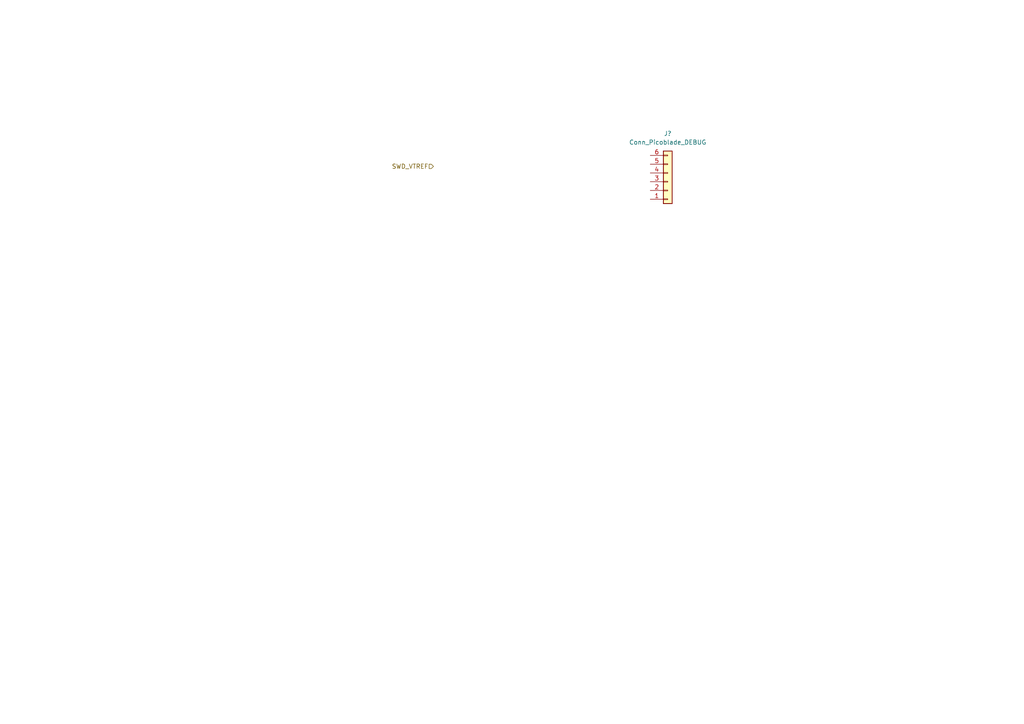
<source format=kicad_sch>
(kicad_sch (version 20211123) (generator eeschema)
  (paper "A4")
  (lib_symbols
    (symbol "Connector_Generic:Conn_01x06" (pin_names (offset 1.016) hide)
      (property "Reference" "J" (at 0 7.62 0))
      (property "Value" "Conn_01x06" (at 0 -10.16 0))
      (symbol "Conn_01x06_1_1"
        (rectangle (start -1.27 -7.493) (end 0 -7.747) (stroke (width 0.1524)))
        (rectangle (start -1.27 -4.953) (end 0 -5.207) (stroke (width 0.1524)))
        (rectangle (start -1.27 -2.413) (end 0 -2.667) (stroke (width 0.1524)))
        (rectangle (start -1.27 0.127) (end 0 -0.127) (stroke (width 0.1524)))
        (rectangle (start -1.27 2.667) (end 0 2.413) (stroke (width 0.1524)))
        (rectangle (start -1.27 5.207) (end 0 4.953) (stroke (width 0.1524)))
        (rectangle (start -1.27 6.35) (end 1.27 -8.89) (stroke (width 0.254)) (fill (type background)))
        (pin passive line (at -5.08 5.08 0) (length 3.81) (name "Pin_1") (number "1"))
        (pin passive line (at -5.08 2.54 0) (length 3.81) (name "Pin_2") (number "2"))
        (pin passive line (at -5.08 0 0) (length 3.81) (name "Pin_3") (number "3"))
        (pin passive line (at -5.08 -2.54 0) (length 3.81) (name "Pin_4") (number "4"))
        (pin passive line (at -5.08 -5.08 0) (length 3.81) (name "Pin_5") (number "5"))
        (pin passive line (at -5.08 -7.62 0) (length 3.81) (name "Pin_6") (number "6"))
      )
    )
  )
  (hierarchical_label "SWD_VTREF" (shape input) (at 125.73 48.26 180))
  (symbol (lib_id "Connector_Generic:Conn_01x06") (at 193.675 52.705 0) (mirror x) (unit 1)
    (property "Reference" "J?" (at 193.675 38.735 0))
    (property "Value" "Conn_Picoblade_DEBUG" (at 193.675 41.275 0))
    (property "Footprint" "0_connectors:Molex_PicoBlade_53048-0610_1x06_P1.25mm_Horizontal" (effects hide))
    (property "Datasheet" "https://www.molex.com/pdm_docs/sd/530480610_sd.pdf" (effects hide))
    (property "Manufacturer ref" "0530480610" (effects hide))
    (property "Digikey ref" "WM1746-ND" (effects hide))
  )
)
</source>
